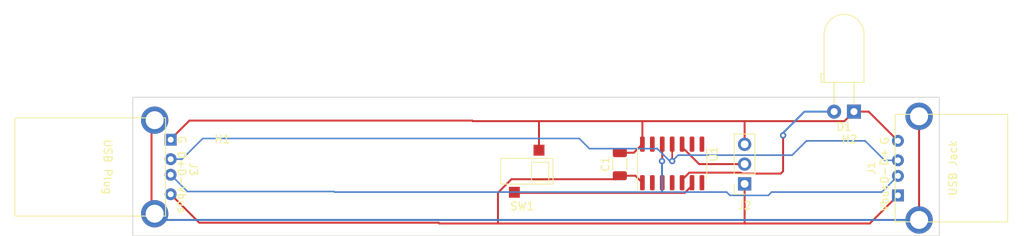
<source format=kicad_pcb>
(kicad_pcb (version 20211014) (generator pcbnew)
  (title_block (comment 4 "AISLER Project ID: ILJMSGZT"))
  (layers (0 "F.Cu" signal) (31 "B.Cu" signal) (34 "B.Paste" user) (35 "F.Paste" user) (36 "B.SilkS" user "B.Silkscreen") (37 "F.SilkS" user "F.Silkscreen") (38 "B.Mask" user) (39 "F.Mask" user) (44 "Edge.Cuts" user))
  (net 0 "")
  (net 1 "VCC")
  (net 2 "GND")
  (net 3 "Net-(D1-Pad2)")
  (net 4 "Data-")
  (net 5 "Data+")
  (net 6 "Net-(J1-Pad5)")
  (net 7 "Net-(J2-Pad2)")
  (net 8 "Net-(SW1-Pad2)")
  (footprint "MountingHole:MountingHole_2.5mm" (layer "F.Cu") (at 153.9 74.5)
    (fp_text reference "H2" (at 0 -3.5) (layer "F.SilkS"))
    (fp_text value "MountingHole")
    (pad "" np_thru_hole circle (at 0 0) (size 2.5 2.5) (drill 2.5) (layers *.Cu *.Mask))
  )
  (footprint "Library_USB_A:Button_Switch_ESE-11MV1T" (layer "F.Cu") (at 112.7 75.1 180)
    (fp_text reference "SW1" (at 0.7 -4.5) (layer "F.SilkS"))
    (fp_text value "SW_Push")
    (fp_rect (start -3.25 -1.65) (end 3.45 1.65) (layer "F.SilkS") (width 0.12) (fill none))
    (fp_rect (start -2.7 -1.25) (end -0.5 1.15) (layer "F.SilkS") (width 0.12) (fill none))
    (pad "" np_thru_hole circle (at -1.55 0 90) (size 1.3 1.3) (drill 1.3) (layers F&B.Cu *.Mask))
    (pad "" np_thru_hole circle (at 1.8 0 90) (size 1.3 1.3) (drill 1.3) (layers F&B.Cu *.Mask))
    (pad "1" smd rect (at -1.45 2.7 90) (size 1.4 1.4) (layers "F.Cu" "F.Paste" "F.Mask") (net 2 "GND"))
    (pad "2" smd rect (at 1.7 -2.7 90) (size 1.4 1.4) (layers "F.Cu" "F.Paste" "F.Mask") (net 8 "Net-(SW1-Pad2)"))
  )
  (footprint "Library_USB_A:Conn_USB_A_Plug" (layer "F.Cu") (at 67.05 74.55 -90)
    (fp_text reference "J3" (at 0.3 -2.85 -90 unlocked) (layer "F.SilkS"))
    (fp_text value "USB_A")
    (fp_text user "USB Plug" (at 0 8.1 -90 unlocked) (layer "F.SilkS"))
    (fp_text user "D+" (at -0.9 -1.35 -90 unlocked) (layer "F.SilkS"))
    (fp_text user "Vbus" (at 4.2 -1.35 -90 unlocked) (layer "F.SilkS"))
    (fp_text user "D-" (at 1.3 -1.35 -90 unlocked) (layer "F.SilkS"))
    (fp_text user "G" (at -3.5 -1.35 -90 unlocked) (layer "F.SilkS"))
    (fp_rect (start -6.3 0.7) (end 6.3 20) (layer "F.SilkS") (width 0.12) (fill none))
    (pad "1" thru_hole circle (at 3.5 0.05 270) (size 1.524 1.524) (drill 0.762) (layers *.Cu *.Mask) (net 1 "VCC"))
    (pad "2" thru_hole circle (at 1 0.05 270) (size 1.524 1.524) (drill 0.762) (layers *.Cu *.Mask) (net 4 "Data-"))
    (pad "3" thru_hole circle (at -1 0.05 270) (size 1.524 1.524) (drill 0.762) (layers *.Cu *.Mask) (net 5 "Data+"))
    (pad "4" thru_hole rect (at -3.5 0.05 270) (size 1.524 1.524) (drill 0.762) (layers *.Cu *.Mask) (net 2 "GND"))
    (pad "5" thru_hole circle (at -6 2.1 270) (size 3.5 3.5) (drill 2.3) (layers *.Cu *.Mask) (net 6 "Net-(J1-Pad5)"))
    (pad "5" thru_hole circle (at 6 2.1 270) (size 3.5 3.5) (drill 2.3) (layers *.Cu *.Mask) (net 6 "Net-(J1-Pad5)"))
  )
  (footprint "MountingHole:MountingHole_2.5mm" (layer "F.Cu") (at 73.6 74.5)
    (fp_text reference "H1" (at 0 -3.5) (layer "F.SilkS"))
    (fp_text value "MountingHole")
    (pad "" np_thru_hole circle (at 0 0) (size 2.5 2.5) (drill 2.5) (layers *.Cu *.Mask))
  )
  (footprint "Capacitor_SMD:C_1206_3216Metric" (layer "F.Cu") (at 124.5 74.2 90)
    (fp_text reference "C1" (at 0 -1.85 90) (layer "F.SilkS"))
    (fp_text value "10u")
    (fp_line (start -0.711252 -0.91) (end 0.711252 -0.91) (layer "F.SilkS") (width 0.12))
    (fp_line (start -0.711252 0.91) (end 0.711252 0.91) (layer "F.SilkS") (width 0.12))
    (pad "1" smd roundrect (at -1.475 0 90) (size 1.15 1.8) (layers "F.Cu" "F.Paste" "F.Mask") (roundrect_rratio 0.2173913043) (net 1 "VCC"))
    (pad "2" smd roundrect (at 1.475 0 90) (size 1.15 1.8) (layers "F.Cu" "F.Paste" "F.Mask") (roundrect_rratio 0.2173913043) (net 2 "GND"))
  )
  (footprint "Library_USB_A:Conn_USB_A_Jack" (layer "F.Cu") (at 160.1 74.7 90)
    (fp_text reference "J1" (at 0 -3.4 90 unlocked) (layer "F.SilkS"))
    (fp_text value "USB_A")
    (fp_text user "USB Jack" (at 0 7.05 90 unlocked) (layer "F.SilkS"))
    (fp_text user "D-" (at -0.9 -1.7 90 unlocked) (layer "F.SilkS"))
    (fp_text user "D+" (at 1.4 -1.75 90 unlocked) (layer "F.SilkS"))
    (fp_text user "G" (at 3.5 -1.7 90 unlocked) (layer "F.SilkS"))
    (fp_text user "Vbus" (at -3.8 -1.7 90 unlocked) (layer "F.SilkS"))
    (fp_rect (start -6.9 -0.35) (end 6.9 14.05) (layer "F.SilkS") (width 0.12) (fill none))
    (pad "1" thru_hole rect (at -3.5 0 90) (size 1.524 1.524) (drill 0.762) (layers *.Cu *.Mask) (net 1 "VCC"))
    (pad "2" thru_hole circle (at -1 0 90) (size 1.524 1.524) (drill 0.762) (layers *.Cu *.Mask) (net 4 "Data-"))
    (pad "3" thru_hole circle (at 1 0 90) (size 1.524 1.524) (drill 0.762) (layers *.Cu *.Mask) (net 5 "Data+"))
    (pad "4" thru_hole circle (at 3.5 0 90) (size 1.524 1.524) (drill 0.762) (layers *.Cu *.Mask) (net 2 "GND"))
    (pad "5" thru_hole circle (at 6.65 2.71 90) (size 3.5 3.5) (drill 2.3) (layers *.Cu *.Mask) (net 6 "Net-(J1-Pad5)"))
    (pad "5" thru_hole circle (at -6.65 2.71 90) (size 3.5 3.5) (drill 2.3) (layers *.Cu *.Mask) (net 6 "Net-(J1-Pad5)"))
  )
  (footprint "Connector_PinSocket_2.54mm:PinSocket_1x03_P2.54mm_Vertical" (layer "F.Cu") (at 140.475 76.725 180)
    (fp_text reference "J2" (at 0 -2.77) (layer "F.SilkS"))
    (fp_text value "Conn_01x03")
    (fp_line (start 0 -1.33) (end 1.33 -1.33) (layer "F.SilkS") (width 0.12))
    (fp_line (start -1.33 1.27) (end 1.33 1.27) (layer "F.SilkS") (width 0.12))
    (fp_line (start -1.33 1.27) (end -1.33 6.41) (layer "F.SilkS") (width 0.12))
    (fp_line (start 1.33 1.27) (end 1.33 6.41) (layer "F.SilkS") (width 0.12))
    (fp_line (start 1.33 -1.33) (end 1.33 0) (layer "F.SilkS") (width 0.12))
    (fp_line (start -1.33 6.41) (end 1.33 6.41) (layer "F.SilkS") (width 0.12))
    (pad "1" thru_hole rect (at 0 0 180) (size 1.7 1.7) (drill 1) (layers *.Cu *.Mask) (net 1 "VCC"))
    (pad "2" thru_hole oval (at 0 2.54 180) (size 1.7 1.7) (drill 1) (layers *.Cu *.Mask) (net 7 "Net-(J2-Pad2)"))
    (pad "3" thru_hole oval (at 0 5.08 180) (size 1.7 1.7) (drill 1) (layers *.Cu *.Mask) (net 2 "GND"))
  )
  (footprint "LED_THT:LED_D5.0mm_Horizontal_O3.81mm_Z9.0mm" (layer "F.Cu") (at 154.475 67.45 180)
    (fp_text reference "D1" (at 1.27 -1.96) (layer "F.SilkS"))
    (fp_text value "LED")
    (fp_line (start 2.54 1.08) (end 2.54 1.08) (layer "F.SilkS") (width 0.12))
    (fp_line (start 3.83 4.87) (end 3.83 3.75) (layer "F.SilkS") (width 0.12))
    (fp_line (start -1.29 3.75) (end -1.29 9.91) (layer "F.SilkS") (width 0.12))
    (fp_line (start 2.54 3.75) (end 2.54 3.75) (layer "F.SilkS") (width 0.12))
    (fp_line (start 0 1.08) (end 0 3.75) (layer "F.SilkS") (width 0.12))
    (fp_line (start 2.54 3.75) (end 2.54 1.08) (layer "F.SilkS") (width 0.12))
    (fp_line (start 3.83 3.75) (end 3.83 9.91) (layer "F.SilkS") (width 0.12))
    (fp_line (start 0 3.75) (end 0 1.08) (layer "F.SilkS") (width 0.12))
    (fp_line (start 2.54 1.08) (end 2.54 3.75) (layer "F.SilkS") (width 0.12))
    (fp_line (start -1.29 3.75) (end 3.83 3.75) (layer "F.SilkS") (width 0.12))
    (fp_line (start 0 3.75) (end 0 3.75) (layer "F.SilkS") (width 0.12))
    (fp_line (start 0 1.08) (end 0 1.08) (layer "F.SilkS") (width 0.12))
    (fp_line (start 4.23 4.87) (end 3.83 4.87) (layer "F.SilkS") (width 0.12))
    (fp_line (start 4.23 3.75) (end 4.23 4.87) (layer "F.SilkS") (width 0.12))
    (fp_line (start 3.83 3.75) (end 4.23 3.75) (layer "F.SilkS") (width 0.12))
    (fp_arc (start 3.83 9.91) (mid 1.27 12.47) (end -1.29 9.91) (layer "F.SilkS") (width 0.12))
    (pad "1" thru_hole rect (at 0 0 180) (size 1.8 1.8) (drill 0.9) (layers *.Cu *.Mask) (net 2 "GND"))
    (pad "2" thru_hole circle (at 2.54 0 180) (size 1.8 1.8) (drill 0.9) (layers *.Cu *.Mask) (net 3 "Net-(D1-Pad2)"))
  )
  (footprint "Package_SO:SOIC-14_3.9x8.7mm_P1.27mm" (layer "F.Cu") (at 131.2 74.1 90)
    (fp_text reference "U1" (at 1.2 5.3 90) (layer "F.SilkS"))
    (fp_text value "ATtiny414-SS")
    (fp_line (start 0 4.435) (end -1.95 4.435) (layer "F.SilkS") (width 0.12))
    (fp_line (start 0 -4.435) (end 1.95 -4.435) (layer "F.SilkS") (width 0.12))
    (fp_line (start 0 -4.435) (end -3.45 -4.435) (layer "F.SilkS") (width 0.12))
    (fp_line (start 0 4.435) (end 1.95 4.435) (layer "F.SilkS") (width 0.12))
    (pad "1" smd roundrect (at -2.475 -3.81 90) (size 1.95 0.6) (layers "F.Cu" "F.Paste" "F.Mask") (net 1 "VCC"))
    (pad "2" smd roundrect (at -2.475 -2.54 90) (size 1.95 0.6) (layers "F.Cu" "F.Paste" "F.Mask"))
    (pad "3" smd roundrect (at -2.475 -1.27 90) (size 1.95 0.6) (layers "F.Cu" "F.Paste" "F.Mask"))
    (pad "4" smd roundrect (at -2.475 0 90) (size 1.95 0.6) (layers "F.Cu" "F.Paste" "F.Mask"))
    (pad "5" smd roundrect (at -2.475 1.27 90) (size 1.95 0.6) (layers "F.Cu" "F.Paste" "F.Mask") (net 3 "Net-(D1-Pad2)"))
    (pad "6" smd roundrect (at -2.475 2.54 90) (size 1.95 0.6) (layers "F.Cu" "F.Paste" "F.Mask") (net 8 "Net-(SW1-Pad2)"))
    (pad "7" smd roundrect (at -2.475 3.81 90) (size 1.95 0.6) (layers "F.Cu" "F.Paste" "F.Mask"))
    (pad "8" smd roundrect (at 2.475 3.81 90) (size 1.95 0.6) (layers "F.Cu" "F.Paste" "F.Mask"))
    (pad "9" smd roundrect (at 2.475 2.54 90) (size 1.95 0.6) (layers "F.Cu" "F.Paste" "F.Mask"))
    (pad "10" smd roundrect (at 2.475 1.27 90) (size 1.95 0.6) (layers "F.Cu" "F.Paste" "F.Mask") (net 7 "Net-(J2-Pad2)"))
    (pad "11" smd roundrect (at 2.475 0 90) (size 1.95 0.6) (layers "F.Cu" "F.Paste" "F.Mask") (net 5 "Data+"))
    (pad "12" smd roundrect (at 2.475 -1.27 90) (size 1.95 0.6) (layers "F.Cu" "F.Paste" "F.Mask") (net 4 "Data-"))
    (pad "13" smd roundrect (at 2.475 -2.54 90) (size 1.95 0.6) (layers "F.Cu" "F.Paste" "F.Mask"))
    (pad "14" smd roundrect (at 2.475 -3.81 90) (size 1.95 0.6) (layers "F.Cu" "F.Paste" "F.Mask") (net 2 "GND"))
  )
  (gr_rect (start 62.15 65.6) (end 165.4 83.4) (layer "Edge.Cuts") (width 0.1) (fill none))
  (segment (start 108.9 77.850978) (end 108.9 81.8) (width 0.25) (layer "F.Cu") (net 1))
  (segment (start 124.050479 76.124521) (end 110.626457 76.124521) (width 0.25) (layer "F.Cu") (net 1))
  (segment (start 140.475 81.775) (end 140.5 81.8) (width 0.25) (layer "F.Cu") (net 1))
  (segment (start 140.5 81.8) (end 156.5 81.8) (width 0.25) (layer "F.Cu") (net 1))
  (segment (start 127.5 81.8) (end 128.6 81.8) (width 0.25) (layer "F.Cu") (net 1))
  (segment (start 156.5 81.8) (end 160.1 78.2) (width 0.25) (layer "F.Cu") (net 1))
  (segment (start 101.3 81.7) (end 101.4 81.8) (width 0.25) (layer "F.Cu") (net 1))
  (segment (start 70.65 81.7) (end 101.3 81.7) (width 0.25) (layer "F.Cu") (net 1))
  (segment (start 124.5 75.675) (end 126.49 75.675) (width 0.25) (layer "F.Cu") (net 1))
  (segment (start 101.4 81.8) (end 121.1 81.8) (width 0.25) (layer "F.Cu") (net 1))
  (segment (start 124.5 75.675) (end 124.050479 76.124521) (width 0.25) (layer "F.Cu") (net 1))
  (segment (start 140.475 76.725) (end 140.475 81.775) (width 0.25) (layer "F.Cu") (net 1))
  (segment (start 110.626457 76.124521) (end 108.9 77.850978) (width 0.25) (layer "F.Cu") (net 1))
  (segment (start 67 78.05) (end 70.65 81.7) (width 0.25) (layer "F.Cu") (net 1))
  (segment (start 128.6 81.8) (end 140.5 81.8) (width 0.25) (layer "F.Cu") (net 1))
  (segment (start 121.1 81.8) (end 127.5 81.8) (width 0.25) (layer "F.Cu") (net 1))
  (segment (start 126.49 75.675) (end 127.39 76.575) (width 0.25) (layer "F.Cu") (net 1))
  (segment (start 153.250489 68.674511) (end 140.474511 68.674511) (width 0.25) (layer "F.Cu") (net 2))
  (segment (start 127.39 68.739022) (end 127.325489 68.674511) (width 0.25) (layer "F.Cu") (net 2))
  (segment (start 67 71.05) (end 67 71) (width 0.25) (layer "F.Cu") (net 2))
  (segment (start 105.674511 68.674511) (end 114.125489 68.674511) (width 0.25) (layer "F.Cu") (net 2))
  (segment (start 127.39 71.625) (end 127.39 68.739022) (width 0.25) (layer "F.Cu") (net 2))
  (segment (start 67 71) (end 69.4 68.6) (width 0.25) (layer "F.Cu") (net 2))
  (segment (start 114.15 68.699022) (end 114.125489 68.674511) (width 0.25) (layer "F.Cu") (net 2))
  (segment (start 154.475 67.45) (end 156.35 67.45) (width 0.25) (layer "F.Cu") (net 2))
  (segment (start 121.325489 68.674511) (end 127.325489 68.674511) (width 0.25) (layer "F.Cu") (net 2))
  (segment (start 127.325489 68.674511) (end 140.474511 68.674511) (width 0.25) (layer "F.Cu") (net 2))
  (segment (start 114.15 72.4) (end 114.15 68.699022) (width 0.25) (layer "F.Cu") (net 2))
  (segment (start 126.29 72.725) (end 127.39 71.625) (width 0.25) (layer "F.Cu") (net 2))
  (segment (start 156.35 67.45) (end 160.1 71.2) (width 0.25) (layer "F.Cu") (net 2))
  (segment (start 140.475 71.645) (end 140.475 68.675) (width 0.25) (layer "F.Cu") (net 2))
  (segment (start 105.6 68.6) (end 105.674511 68.674511) (width 0.25) (layer "F.Cu") (net 2))
  (segment (start 140.475 68.675) (end 140.474511 68.674511) (width 0.25) (layer "F.Cu") (net 2))
  (segment (start 154.475 67.45) (end 153.250489 68.674511) (width 0.25) (layer "F.Cu") (net 2))
  (segment (start 114.125489 68.674511) (end 121.325489 68.674511) (width 0.25) (layer "F.Cu") (net 2))
  (segment (start 124.5 72.725) (end 126.29 72.725) (width 0.25) (layer "F.Cu") (net 2))
  (segment (start 69.4 68.6) (end 105.6 68.6) (width 0.25) (layer "F.Cu") (net 2))
  (segment (start 132.47 76.198928) (end 133.393448 75.27548) (width 0.25) (layer "F.Cu") (net 3))
  (segment (start 139.97548 75.27548) (end 140.1 75.4) (width 0.25) (layer "F.Cu") (net 3))
  (segment (start 133.393448 75.27548) (end 139.97548 75.27548) (width 0.25) (layer "F.Cu") (net 3))
  (segment (start 132.47 76.575) (end 132.47 76.198928) (width 0.25) (layer "F.Cu") (net 3))
  (segment (start 145.4 75.1) (end 145.4 70.5) (width 0.25) (layer "F.Cu") (net 3))
  (segment (start 145.1 75.4) (end 145.4 75.1) (width 0.25) (layer "F.Cu") (net 3))
  (segment (start 140.1 75.4) (end 145.1 75.4) (width 0.25) (layer "F.Cu") (net 3))
  (via (at 145.4 70.5) (size 0.8) (drill 0.4) (layers "F.Cu" "B.Cu") (net 3))
  (segment (start 145.4 70.185) (end 148.135 67.45) (width 0.25) (layer "B.Cu") (net 3))
  (segment (start 151.935 67.45) (end 148.25 67.45) (width 0.25) (layer "B.Cu") (net 3))
  (segment (start 145.4 70.5) (end 145.4 70.185) (width 0.25) (layer "B.Cu") (net 3))
  (segment (start 129.93 71.625) (end 129.93 73.77) (width 0.25) (layer "F.Cu") (net 4))
  (segment (start 129.93 73.77) (end 129.9 73.8) (width 0.25) (layer "F.Cu") (net 4))
  (via (at 129.9 73.8) (size 0.8) (drill 0.4) (layers "F.Cu" "B.Cu") (net 4))
  (segment (start 143.5 78.2) (end 138.6 78.2) (width 0.2) (layer "B.Cu") (net 4))
  (segment (start 69.15 77.7) (end 67 75.55) (width 0.2) (layer "B.Cu") (net 4))
  (segment (start 160.1 75.7) (end 158.025489 77.774511) (width 0.2) (layer "B.Cu") (net 4))
  (segment (start 129.9 73.8) (end 129.9 77.7) (width 0.25) (layer "B.Cu") (net 4))
  (segment (start 87.9 77.7) (end 69.15 77.7) (width 0.2) (layer "B.Cu") (net 4))
  (segment (start 138.6 78.2) (end 138.174511 77.774511) (width 0.2) (layer "B.Cu") (net 4))
  (segment (start 143.925489 77.774511) (end 143.5 78.2) (width 0.2) (layer "B.Cu") (net 4))
  (segment (start 138.174511 77.774511) (end 87.974511 77.774511) (width 0.2) (layer "B.Cu") (net 4))
  (segment (start 158.025489 77.774511) (end 143.925489 77.774511) (width 0.2) (layer "B.Cu") (net 4))
  (segment (start 87.974511 77.774511) (end 87.9 77.7) (width 0.2) (layer "B.Cu") (net 4))
  (segment (start 131.2 71.625) (end 131.2 73.8) (width 0.2) (layer "F.Cu") (net 5))
  (via (at 131.2 73.8) (size 0.8) (drill 0.4) (layers "F.Cu" "B.Cu") (net 5))
  (segment (start 148.4 71.2) (end 146.564511 73.035489) (width 0.2) (layer "B.Cu") (net 5))
  (segment (start 119.3 70.9) (end 120.6 72.2) (width 0.2) (layer "B.Cu") (net 5))
  (segment (start 120.6 72.2) (end 129.289259 72.2) (width 0.2) (layer "B.Cu") (net 5))
  (segment (start 68.45 73.55) (end 71.1 70.9) (width 0.2) (layer "B.Cu") (net 5))
  (segment (start 67 73.55) (end 68.45 73.55) (width 0.2) (layer "B.Cu") (net 5))
  (segment (start 129.289259 72.2) (end 130.889259 73.8) (width 0.2) (layer "B.Cu") (net 5))
  (segment (start 160.1 73.7) (end 158.4 73.7) (width 0.2) (layer "B.Cu") (net 5))
  (segment (start 146.564511 73.035489) (end 131.964511 73.035489) (width 0.2) (layer "B.Cu") (net 5))
  (segment (start 130.889259 73.8) (end 131.2 73.8) (width 0.2) (layer "B.Cu") (net 5))
  (segment (start 71.1 70.9) (end 119.3 70.9) (width 0.2) (layer "B.Cu") (net 5))
  (segment (start 158.4 73.7) (end 155.9 71.2) (width 0.2) (layer "B.Cu") (net 5))
  (segment (start 131.964511 73.035489) (end 131.2 73.8) (width 0.2) (layer "B.Cu") (net 5))
  (segment (start 155.9 71.2) (end 148.4 71.2) (width 0.2) (layer "B.Cu") (net 5))
  (segment (start 162.81 68.05) (end 162.81 81.35) (width 0.25) (layer "F.Cu") (net 6))
  (segment (start 64.55 80.55) (end 64.55 68.55) (width 0.25) (layer "F.Cu") (net 6))
  (segment (start 162.81 81.35) (end 65.75 81.35) (width 0.25) (layer "B.Cu") (net 6))
  (segment (start 65.75 81.35) (end 64.95 80.55) (width 0.25) (layer "B.Cu") (net 6))
  (segment (start 134.653928 74.185) (end 140.475 74.185) (width 0.25) (layer "F.Cu") (net 7))
  (segment (start 132.47 71.625) (end 132.47 72.001072) (width 0.25) (layer "F.Cu") (net 7))
  (segment (start 132.47 72.001072) (end 134.653928 74.185) (width 0.25) (layer "F.Cu") (net 7))
  (segment (start 133.74 76.951072) (end 133.74 76.575) (width 0.25) (layer "F.Cu") (net 8))
  (segment (start 111 77.8) (end 111.07452 77.87452) (width 0.25) (layer "F.Cu") (net 8))
  (segment (start 132.816552 77.87452) (end 133.74 76.951072) (width 0.25) (layer "F.Cu") (net 8))
  (segment (start 111.07452 77.87452) (end 132.816552 77.87452) (width 0.25) (layer "F.Cu") (net 8))
)
</source>
